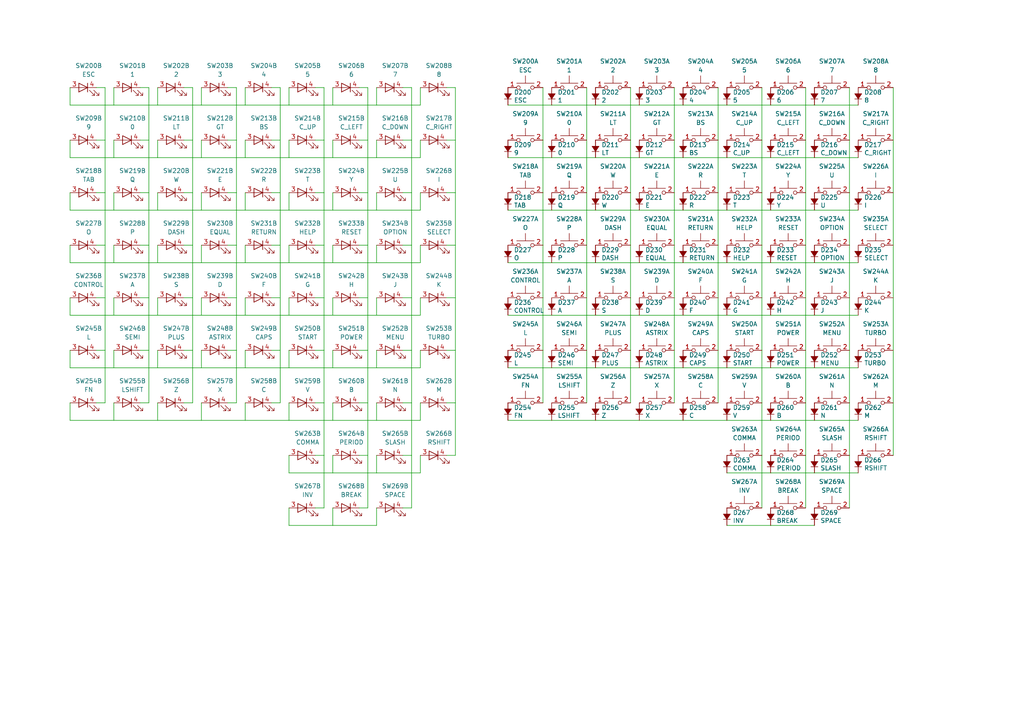
<source format=kicad_sch>
(kicad_sch (version 20230121) (generator eeschema)
  (paper "A4")
  (wire (pts (xy 223.52 30.48) (xy 210.82 30.48)))
  (wire (pts (xy 170.18 86.36) (xy 170.18 71.12)))
  (wire (pts (xy 220.98 40.64) (xy 220.98 25.4)))
  (wire (pts (xy 109.22 55.88) (xy 109.22 60.96)))
  (wire (pts (xy 208.28 116.84) (xy 208.28 101.6)))
  (wire (pts (xy 246.38 40.64) (xy 246.38 25.4)))
  (wire (pts (xy 66.04 40.64) (xy 68.58 40.64)))
  (wire (pts (xy 106.68 40.64) (xy 106.68 55.88)))
  (wire (pts (xy 160.02 30.48) (xy 172.72 30.48)))
  (wire (pts (xy 96.52 86.36) (xy 96.52 91.44)))
  (wire (pts (xy 30.48 116.84) (xy 30.48 101.6)))
  (wire (pts (xy 172.72 121.92) (xy 160.02 121.92)))
  (wire (pts (xy 106.68 25.4) (xy 106.68 40.64)))
  (wire (pts (xy 68.58 40.64) (xy 68.58 25.4)))
  (wire (pts (xy 53.34 116.84) (xy 55.88 116.84)))
  (wire (pts (xy 71.12 76.2) (xy 58.42 76.2)))
  (wire (pts (xy 58.42 86.36) (xy 58.42 91.44)))
  (wire (pts (xy 78.74 55.88) (xy 81.28 55.88)))
  (wire (pts (xy 220.98 71.12) (xy 220.98 55.88)))
  (wire (pts (xy 210.82 76.2) (xy 198.12 76.2)))
  (wire (pts (xy 119.38 86.36) (xy 119.38 71.12)))
  (wire (pts (xy 119.38 55.88) (xy 119.38 71.12)))
  (wire (pts (xy 233.68 55.88) (xy 233.68 71.12)))
  (wire (pts (xy 71.12 30.48) (xy 83.82 30.48)))
  (wire (pts (xy 27.94 55.88) (xy 30.48 55.88)))
  (wire (pts (xy 58.42 106.68) (xy 71.12 106.68)))
  (wire (pts (xy 96.52 91.44) (xy 109.22 91.44)))
  (wire (pts (xy 55.88 55.88) (xy 55.88 40.64)))
  (wire (pts (xy 20.32 30.48) (xy 33.02 30.48)))
  (wire (pts (xy 68.58 116.84) (xy 68.58 101.6)))
  (wire (pts (xy 182.88 40.64) (xy 182.88 25.4)))
  (wire (pts (xy 96.52 45.72) (xy 109.22 45.72)))
  (wire (pts (xy 223.52 45.72) (xy 210.82 45.72)))
  (wire (pts (xy 30.48 86.36) (xy 30.48 71.12)))
  (wire (pts (xy 129.54 71.12) (xy 132.08 71.12)))
  (wire (pts (xy 20.32 45.72) (xy 33.02 45.72)))
  (wire (pts (xy 172.72 91.44) (xy 185.42 91.44)))
  (wire (pts (xy 119.38 101.6) (xy 119.38 86.36)))
  (wire (pts (xy 147.32 60.96) (xy 160.02 60.96)))
  (wire (pts (xy 20.32 40.64) (xy 20.32 45.72)))
  (wire (pts (xy 45.72 76.2) (xy 58.42 76.2)))
  (wire (pts (xy 220.98 116.84) (xy 220.98 101.6)))
  (wire (pts (xy 27.94 40.64) (xy 30.48 40.64)))
  (wire (pts (xy 83.82 55.88) (xy 83.82 60.96)))
  (wire (pts (xy 96.52 132.08) (xy 96.52 137.16)))
  (wire (pts (xy 210.82 76.2) (xy 223.52 76.2)))
  (wire (pts (xy 121.92 116.84) (xy 121.92 121.92)))
  (wire (pts (xy 210.82 60.96) (xy 223.52 60.96)))
  (wire (pts (xy 93.98 55.88) (xy 93.98 71.12)))
  (wire (pts (xy 81.28 71.12) (xy 81.28 55.88)))
  (wire (pts (xy 160.02 76.2) (xy 172.72 76.2)))
  (wire (pts (xy 40.64 55.88) (xy 43.18 55.88)))
  (wire (pts (xy 223.52 137.16) (xy 236.22 137.16)))
  (wire (pts (xy 233.68 132.08) (xy 233.68 116.84)))
  (wire (pts (xy 109.22 137.16) (xy 96.52 137.16)))
  (wire (pts (xy 58.42 121.92) (xy 71.12 121.92)))
  (wire (pts (xy 81.28 55.88) (xy 81.28 40.64)))
  (wire (pts (xy 93.98 116.84) (xy 93.98 101.6)))
  (wire (pts (xy 223.52 45.72) (xy 236.22 45.72)))
  (wire (pts (xy 53.34 86.36) (xy 55.88 86.36)))
  (wire (pts (xy 185.42 91.44) (xy 198.12 91.44)))
  (wire (pts (xy 104.14 116.84) (xy 106.68 116.84)))
  (wire (pts (xy 30.48 25.4) (xy 30.48 40.64)))
  (wire (pts (xy 71.12 45.72) (xy 83.82 45.72)))
  (wire (pts (xy 93.98 40.64) (xy 93.98 25.4)))
  (wire (pts (xy 66.04 25.4) (xy 68.58 25.4)))
  (wire (pts (xy 198.12 30.48) (xy 185.42 30.48)))
  (wire (pts (xy 170.18 86.36) (xy 170.18 101.6)))
  (wire (pts (xy 40.64 116.84) (xy 43.18 116.84)))
  (wire (pts (xy 132.08 101.6) (xy 132.08 86.36)))
  (wire (pts (xy 259.08 116.84) (xy 259.08 132.08)))
  (wire (pts (xy 66.04 71.12) (xy 68.58 71.12)))
  (wire (pts (xy 129.54 132.08) (xy 132.08 132.08)))
  (wire (pts (xy 121.92 86.36) (xy 121.92 91.44)))
  (wire (pts (xy 96.52 76.2) (xy 109.22 76.2)))
  (wire (pts (xy 71.12 60.96) (xy 83.82 60.96)))
  (wire (pts (xy 91.44 40.64) (xy 93.98 40.64)))
  (wire (pts (xy 83.82 86.36) (xy 83.82 91.44)))
  (wire (pts (xy 58.42 25.4) (xy 58.42 30.48)))
  (wire (pts (xy 109.22 86.36) (xy 109.22 91.44)))
  (wire (pts (xy 91.44 55.88) (xy 93.98 55.88)))
  (wire (pts (xy 208.28 55.88) (xy 208.28 40.64)))
  (wire (pts (xy 160.02 30.48) (xy 147.32 30.48)))
  (wire (pts (xy 198.12 30.48) (xy 210.82 30.48)))
  (wire (pts (xy 45.72 106.68) (xy 58.42 106.68)))
  (wire (pts (xy 20.32 116.84) (xy 20.32 121.92)))
  (wire (pts (xy 223.52 91.44) (xy 236.22 91.44)))
  (wire (pts (xy 147.32 45.72) (xy 160.02 45.72)))
  (wire (pts (xy 106.68 71.12) (xy 106.68 55.88)))
  (wire (pts (xy 109.22 30.48) (xy 121.92 30.48)))
  (wire (pts (xy 104.14 40.64) (xy 106.68 40.64)))
  (wire (pts (xy 109.22 71.12) (xy 109.22 76.2)))
  (wire (pts (xy 220.98 132.08) (xy 220.98 147.32)))
  (wire (pts (xy 83.82 152.4) (xy 96.52 152.4)))
  (wire (pts (xy 129.54 40.64) (xy 132.08 40.64)))
  (wire (pts (xy 30.48 101.6) (xy 30.48 86.36)))
  (wire (pts (xy 172.72 45.72) (xy 185.42 45.72)))
  (wire (pts (xy 33.02 25.4) (xy 33.02 30.48)))
  (wire (pts (xy 208.28 71.12) (xy 208.28 86.36)))
  (wire (pts (xy 170.18 116.84) (xy 170.18 101.6)))
  (wire (pts (xy 33.02 106.68) (xy 45.72 106.68)))
  (wire (pts (xy 55.88 101.6) (xy 55.88 86.36)))
  (wire (pts (xy 246.38 101.6) (xy 246.38 86.36)))
  (wire (pts (xy 78.74 101.6) (xy 81.28 101.6)))
  (wire (pts (xy 210.82 137.16) (xy 223.52 137.16)))
  (wire (pts (xy 119.38 116.84) (xy 119.38 101.6)))
  (wire (pts (xy 71.12 121.92) (xy 83.82 121.92)))
  (wire (pts (xy 71.12 101.6) (xy 71.12 106.68)))
  (wire (pts (xy 119.38 55.88) (xy 119.38 40.64)))
  (wire (pts (xy 71.12 30.48) (xy 58.42 30.48)))
  (wire (pts (xy 233.68 40.64) (xy 233.68 25.4)))
  (wire (pts (xy 259.08 101.6) (xy 259.08 116.84)))
  (wire (pts (xy 33.02 91.44) (xy 45.72 91.44)))
  (wire (pts (xy 208.28 86.36) (xy 208.28 101.6)))
  (wire (pts (xy 78.74 86.36) (xy 81.28 86.36)))
  (wire (pts (xy 182.88 71.12) (xy 182.88 55.88)))
  (wire (pts (xy 182.88 55.88) (xy 182.88 40.64)))
  (wire (pts (xy 223.52 152.4) (xy 210.82 152.4)))
  (wire (pts (xy 172.72 106.68) (xy 185.42 106.68)))
  (wire (pts (xy 132.08 55.88) (xy 132.08 40.64)))
  (wire (pts (xy 259.08 86.36) (xy 259.08 101.6)))
  (wire (pts (xy 55.88 25.4) (xy 55.88 40.64)))
  (wire (pts (xy 68.58 40.64) (xy 68.58 55.88)))
  (wire (pts (xy 236.22 121.92) (xy 248.92 121.92)))
  (wire (pts (xy 109.22 101.6) (xy 109.22 106.68)))
  (wire (pts (xy 233.68 86.36) (xy 233.68 101.6)))
  (wire (pts (xy 132.08 25.4) (xy 132.08 40.64)))
  (wire (pts (xy 109.22 137.16) (xy 121.92 137.16)))
  (wire (pts (xy 259.08 40.64) (xy 259.08 55.88)))
  (wire (pts (xy 233.68 55.88) (xy 233.68 40.64)))
  (wire (pts (xy 172.72 76.2) (xy 185.42 76.2)))
  (wire (pts (xy 83.82 132.08) (xy 83.82 137.16)))
  (wire (pts (xy 198.12 106.68) (xy 210.82 106.68)))
  (wire (pts (xy 40.64 25.4) (xy 43.18 25.4)))
  (wire (pts (xy 45.72 101.6) (xy 45.72 106.68)))
  (wire (pts (xy 96.52 25.4) (xy 96.52 30.48)))
  (wire (pts (xy 116.84 71.12) (xy 119.38 71.12)))
  (wire (pts (xy 96.52 71.12) (xy 96.52 76.2)))
  (wire (pts (xy 96.52 101.6) (xy 96.52 106.68)))
  (wire (pts (xy 83.82 40.64) (xy 83.82 45.72)))
  (wire (pts (xy 83.82 30.48) (xy 96.52 30.48)))
  (wire (pts (xy 236.22 60.96) (xy 223.52 60.96)))
  (wire (pts (xy 106.68 101.6) (xy 106.68 86.36)))
  (wire (pts (xy 109.22 116.84) (xy 109.22 121.92)))
  (wire (pts (xy 195.58 101.6) (xy 195.58 86.36)))
  (wire (pts (xy 83.82 91.44) (xy 96.52 91.44)))
  (wire (pts (xy 40.64 40.64) (xy 43.18 40.64)))
  (wire (pts (xy 45.72 60.96) (xy 58.42 60.96)))
  (wire (pts (xy 248.92 30.48) (xy 236.22 30.48)))
  (wire (pts (xy 259.08 25.4) (xy 259.08 40.64)))
  (wire (pts (xy 210.82 121.92) (xy 223.52 121.92)))
  (wire (pts (xy 195.58 101.6) (xy 195.58 116.84)))
  (wire (pts (xy 71.12 91.44) (xy 83.82 91.44)))
  (wire (pts (xy 109.22 91.44) (xy 121.92 91.44)))
  (wire (pts (xy 220.98 132.08) (xy 220.98 116.84)))
  (wire (pts (xy 27.94 25.4) (xy 30.48 25.4)))
  (wire (pts (xy 27.94 116.84) (xy 30.48 116.84)))
  (wire (pts (xy 81.28 86.36) (xy 81.28 71.12)))
  (wire (pts (xy 129.54 55.88) (xy 132.08 55.88)))
  (wire (pts (xy 33.02 121.92) (xy 45.72 121.92)))
  (wire (pts (xy 83.82 147.32) (xy 83.82 152.4)))
  (wire (pts (xy 109.22 132.08) (xy 109.22 137.16)))
  (wire (pts (xy 71.12 25.4) (xy 71.12 30.48)))
  (wire (pts (xy 129.54 25.4) (xy 132.08 25.4)))
  (wire (pts (xy 33.02 76.2) (xy 45.72 76.2)))
  (wire (pts (xy 96.52 60.96) (xy 83.82 60.96)))
  (wire (pts (xy 119.38 147.32) (xy 119.38 132.08)))
  (wire (pts (xy 157.48 86.36) (xy 157.48 71.12)))
  (wire (pts (xy 45.72 30.48) (xy 58.42 30.48)))
  (wire (pts (xy 93.98 132.08) (xy 93.98 116.84)))
  (wire (pts (xy 91.44 101.6) (xy 93.98 101.6)))
  (wire (pts (xy 223.52 91.44) (xy 210.82 91.44)))
  (wire (pts (xy 259.08 71.12) (xy 259.08 86.36)))
  (wire (pts (xy 116.84 25.4) (xy 119.38 25.4)))
  (wire (pts (xy 91.44 116.84) (xy 93.98 116.84)))
  (wire (pts (xy 116.84 132.08) (xy 119.38 132.08)))
  (wire (pts (xy 259.08 55.88) (xy 259.08 71.12)))
  (wire (pts (xy 172.72 60.96) (xy 160.02 60.96)))
  (wire (pts (xy 96.52 40.64) (xy 96.52 45.72)))
  (wire (pts (xy 116.84 101.6) (xy 119.38 101.6)))
  (wire (pts (xy 20.32 71.12) (xy 20.32 76.2)))
  (wire (pts (xy 185.42 76.2) (xy 198.12 76.2)))
  (wire (pts (xy 121.92 71.12) (xy 121.92 76.2)))
  (wire (pts (xy 93.98 86.36) (xy 93.98 71.12)))
  (wire (pts (xy 78.74 116.84) (xy 81.28 116.84)))
  (wire (pts (xy 45.72 45.72) (xy 33.02 45.72)))
  (wire (pts (xy 58.42 40.64) (xy 58.42 45.72)))
  (wire (pts (xy 157.48 86.36) (xy 157.48 101.6)))
  (wire (pts (xy 68.58 101.6) (xy 68.58 86.36)))
  (wire (pts (xy 20.32 121.92) (xy 33.02 121.92)))
  (wire (pts (xy 78.74 40.64) (xy 81.28 40.64)))
  (wire (pts (xy 185.42 106.68) (xy 198.12 106.68)))
  (wire (pts (xy 109.22 106.68) (xy 121.92 106.68)))
  (wire (pts (xy 109.22 121.92) (xy 96.52 121.92)))
  (wire (pts (xy 185.42 30.48) (xy 172.72 30.48)))
  (wire (pts (xy 208.28 55.88) (xy 208.28 71.12)))
  (wire (pts (xy 104.14 71.12) (xy 106.68 71.12)))
  (wire (pts (xy 20.32 106.68) (xy 33.02 106.68)))
  (wire (pts (xy 43.18 40.64) (xy 43.18 25.4)))
  (wire (pts (xy 33.02 40.64) (xy 33.02 45.72)))
  (wire (pts (xy 236.22 106.68) (xy 223.52 106.68)))
  (wire (pts (xy 198.12 91.44) (xy 210.82 91.44)))
  (wire (pts (xy 104.14 55.88) (xy 106.68 55.88)))
  (wire (pts (xy 20.32 91.44) (xy 33.02 91.44)))
  (wire (pts (xy 185.42 60.96) (xy 198.12 60.96)))
  (wire (pts (xy 96.52 60.96) (xy 109.22 60.96)))
  (wire (pts (xy 182.88 101.6) (xy 182.88 86.36)))
  (wire (pts (xy 132.08 101.6) (xy 132.08 116.84)))
  (wire (pts (xy 68.58 71.12) (xy 68.58 55.88)))
  (wire (pts (xy 233.68 101.6) (xy 233.68 116.84)))
  (wire (pts (xy 210.82 60.96) (xy 198.12 60.96)))
  (wire (pts (xy 246.38 101.6) (xy 246.38 116.84)))
  (wire (pts (xy 236.22 45.72) (xy 248.92 45.72)))
  (wire (pts (xy 157.48 40.64) (xy 157.48 25.4)))
  (wire (pts (xy 210.82 121.92) (xy 198.12 121.92)))
  (wire (pts (xy 58.42 60.96) (xy 71.12 60.96)))
  (wire (pts (xy 106.68 132.08) (xy 106.68 147.32)))
  (wire (pts (xy 132.08 116.84) (xy 132.08 132.08)))
  (wire (pts (xy 195.58 71.12) (xy 195.58 86.36)))
  (wire (pts (xy 172.72 106.68) (xy 160.02 106.68)))
  (wire (pts (xy 104.14 147.32) (xy 106.68 147.32)))
  (wire (pts (xy 198.12 45.72) (xy 210.82 45.72)))
  (wire (pts (xy 45.72 91.44) (xy 58.42 91.44)))
  (wire (pts (xy 236.22 152.4) (xy 223.52 152.4)))
  (wire (pts (xy 66.04 116.84) (xy 68.58 116.84)))
  (wire (pts (xy 81.28 40.64) (xy 81.28 25.4)))
  (wire (pts (xy 236.22 106.68) (xy 248.92 106.68)))
  (wire (pts (xy 91.44 25.4) (xy 93.98 25.4)))
  (wire (pts (xy 53.34 101.6) (xy 55.88 101.6)))
  (wire (pts (xy 182.88 101.6) (xy 182.88 116.84)))
  (wire (pts (xy 83.82 25.4) (xy 83.82 30.48)))
  (wire (pts (xy 43.18 55.88) (xy 43.18 40.64)))
  (wire (pts (xy 71.12 116.84) (xy 71.12 121.92)))
  (wire (pts (xy 121.92 101.6) (xy 121.92 106.68)))
  (wire (pts (xy 185.42 60.96) (xy 172.72 60.96)))
  (wire (pts (xy 83.82 71.12) (xy 83.82 76.2)))
  (wire (pts (xy 246.38 86.36) (xy 246.38 71.12)))
  (wire (pts (xy 119.38 132.08) (xy 119.38 116.84)))
  (wire (pts (xy 170.18 55.88) (xy 170.18 40.64)))
  (wire (pts (xy 66.04 101.6) (xy 68.58 101.6)))
  (wire (pts (xy 81.28 86.36) (xy 81.28 101.6)))
  (wire (pts (xy 233.68 86.36) (xy 233.68 71.12)))
  (wire (pts (xy 236.22 76.2) (xy 248.92 76.2)))
  (wire (pts (xy 45.72 25.4) (xy 45.72 30.48)))
  (wire (pts (xy 116.84 147.32) (xy 119.38 147.32)))
  (wire (pts (xy 20.32 101.6) (xy 20.32 106.68)))
  (wire (pts (xy 220.98 55.88) (xy 220.98 40.64)))
  (wire (pts (xy 83.82 45.72) (xy 96.52 45.72)))
  (wire (pts (xy 33.02 60.96) (xy 45.72 60.96)))
  (wire (pts (xy 116.84 40.64) (xy 119.38 40.64)))
  (wire (pts (xy 96.52 116.84) (xy 96.52 121.92)))
  (wire (pts (xy 43.18 71.12) (xy 43.18 55.88)))
  (wire (pts (xy 27.94 71.12) (xy 30.48 71.12)))
  (wire (pts (xy 236.22 60.96) (xy 248.92 60.96)))
  (wire (pts (xy 20.32 55.88) (xy 20.32 60.96)))
  (wire (pts (xy 246.38 132.08) (xy 246.38 116.84)))
  (wire (pts (xy 104.14 101.6) (xy 106.68 101.6)))
  (wire (pts (xy 93.98 132.08) (xy 93.98 147.32)))
  (wire (pts (xy 129.54 116.84) (xy 132.08 116.84)))
  (wire (pts (xy 236.22 91.44) (xy 248.92 91.44)))
  (wire (pts (xy 33.02 55.88) (xy 33.02 60.96)))
  (wire (pts (xy 66.04 55.88) (xy 68.58 55.88)))
  (wire (pts (xy 121.92 55.88) (xy 121.92 60.96)))
  (wire (pts (xy 20.32 86.36) (xy 20.32 91.44)))
  (wire (pts (xy 71.12 40.64) (xy 71.12 45.72)))
  (wire (pts (xy 40.64 71.12) (xy 43.18 71.12)))
  (wire (pts (xy 43.18 86.36) (xy 43.18 71.12)))
  (wire (pts (xy 185.42 121.92) (xy 198.12 121.92)))
  (wire (pts (xy 246.38 40.64) (xy 246.38 55.88)))
  (wire (pts (xy 233.68 132.08) (xy 233.68 147.32)))
  (wire (pts (xy 91.44 132.08) (xy 93.98 132.08)))
  (wire (pts (xy 53.34 71.12) (xy 55.88 71.12)))
  (wire (pts (xy 66.04 86.36) (xy 68.58 86.36)))
  (wire (pts (xy 78.74 71.12) (xy 81.28 71.12)))
  (wire (pts (xy 55.88 86.36) (xy 55.88 71.12)))
  (wire (pts (xy 246.38 147.32) (xy 246.38 132.08)))
  (wire (pts (xy 96.52 55.88) (xy 96.52 60.96)))
  (wire (pts (xy 121.92 25.4) (xy 121.92 30.48)))
  (wire (pts (xy 170.18 55.88) (xy 170.18 71.12)))
  (wire (pts (xy 58.42 116.84) (xy 58.42 121.92)))
  (wire (pts (xy 58.42 91.44) (xy 71.12 91.44)))
  (wire (pts (xy 220.98 101.6) (xy 220.98 86.36)))
  (wire (pts (xy 43.18 101.6) (xy 43.18 116.84)))
  (wire (pts (xy 185.42 121.92) (xy 172.72 121.92)))
  (wire (pts (xy 55.88 55.88) (xy 55.88 71.12)))
  (wire (pts (xy 20.32 60.96) (xy 33.02 60.96)))
  (wire (pts (xy 27.94 101.6) (xy 30.48 101.6)))
  (wire (pts (xy 109.22 45.72) (xy 121.92 45.72)))
  (wire (pts (xy 78.74 25.4) (xy 81.28 25.4)))
  (wire (pts (xy 53.34 55.88) (xy 55.88 55.88)))
  (wire (pts (xy 116.84 86.36) (xy 119.38 86.36)))
  (wire (pts (xy 160.02 121.92) (xy 147.32 121.92)))
  (wire (pts (xy 106.68 132.08) (xy 106.68 116.84)))
  (wire (pts (xy 104.14 132.08) (xy 106.68 132.08)))
  (wire (pts (xy 91.44 86.36) (xy 93.98 86.36)))
  (wire (pts (xy 121.92 60.96) (xy 109.22 60.96)))
  (wire (pts (xy 129.54 101.6) (xy 132.08 101.6)))
  (wire (pts (xy 109.22 147.32) (xy 109.22 152.4)))
  (wire (pts (xy 109.22 25.4) (xy 109.22 30.48)))
  (wire (pts (xy 58.42 71.12) (xy 58.42 76.2)))
  (wire (pts (xy 223.52 76.2) (xy 236.22 76.2)))
  (wire (pts (xy 160.02 91.44) (xy 147.32 91.44)))
  (wire (pts (xy 83.82 121.92) (xy 96.52 121.92)))
  (wire (pts (xy 53.34 40.64) (xy 55.88 40.64)))
  (wire (pts (xy 33.02 116.84) (xy 33.02 121.92)))
  (wire (pts (xy 210.82 106.68) (xy 223.52 106.68)))
  (wire (pts (xy 53.34 25.4) (xy 55.88 25.4)))
  (wire (pts (xy 121.92 40.64) (xy 121.92 45.72)))
  (wire (pts (xy 132.08 55.88) (xy 132.08 71.12)))
  (wire (pts (xy 157.48 116.84) (xy 157.48 101.6)))
  (wire (pts (xy 58.42 101.6) (xy 58.42 106.68)))
  (wire (pts (xy 106.68 86.36) (xy 106.68 71.12)))
  (wire (pts (xy 116.84 55.88) (xy 119.38 55.88)))
  (wire (pts (xy 58.42 45.72) (xy 45.72 45.72)))
  (wire (pts (xy 96.52 106.68) (xy 109.22 106.68)))
  (wire (pts (xy 83.82 116.84) (xy 83.82 121.92)))
  (wire (pts (xy 195.58 40.64) (xy 195.58 25.4)))
  (wire (pts (xy 71.12 106.68) (xy 83.82 106.68)))
  (wire (pts (xy 20.32 25.4) (xy 20.32 30.48)))
  (wire (pts (xy 160.02 91.44) (xy 172.72 91.44)))
  (wire (pts (xy 195.58 40.64) (xy 195.58 55.88)))
  (wire (pts (xy 170.18 25.4) (xy 170.18 40.64)))
  (wire (pts (xy 27.94 86.36) (xy 30.48 86.36)))
  (wire (pts (xy 104.14 86.36) (xy 106.68 86.36)))
  (wire (pts (xy 71.12 86.36) (xy 71.12 91.44)))
  (wire (pts (xy 45.72 40.64) (xy 45.72 45.72)))
  (wire (pts (xy 83.82 137.16) (xy 96.52 137.16)))
  (wire (pts (xy 96.52 152.4) (xy 109.22 152.4)))
  (wire (pts (xy 220.98 86.36) (xy 220.98 71.12)))
  (wire (pts (xy 160.02 76.2) (xy 147.32 76.2)))
  (wire (pts (xy 236.22 137.16) (xy 248.92 137.16)))
  (wire (pts (xy 91.44 71.12) (xy 93.98 71.12)))
  (wire (pts (xy 30.48 55.88) (xy 30.48 71.12)))
  (wire (pts (xy 91.44 147.32) (xy 93.98 147.32)))
  (wire (pts (xy 157.48 40.64) (xy 157.48 55.88)))
  (wire (pts (xy 129.54 86.36) (xy 132.08 86.36)))
  (wire (pts (xy 83.82 101.6) (xy 83.82 106.68)))
  (wire (pts (xy 40.64 86.36) (xy 43.18 86.36)))
  (wire (pts (xy 185.42 45.72) (xy 198.12 45.72)))
  (wire (pts (xy 45.72 55.88) (xy 45.72 60.96)))
  (wire (pts (xy 96.52 147.32) (xy 96.52 152.4)))
  (wire (pts (xy 58.42 55.88) (xy 58.42 60.96)))
  (wire (pts (xy 45.72 86.36) (xy 45.72 91.44)))
  (wire (pts (xy 71.12 76.2) (xy 83.82 76.2)))
  (wire (pts (xy 96.52 106.68) (xy 83.82 106.68)))
  (wire (pts (xy 116.84 116.84) (xy 119.38 116.84)))
  (wire (pts (xy 45.72 30.48) (xy 33.02 30.48)))
  (wire (pts (xy 40.64 101.6) (xy 43.18 101.6)))
  (wire (pts (xy 33.02 101.6) (xy 33.02 106.68)))
  (wire (pts (xy 182.88 86.36) (xy 182.88 71.12)))
  (wire (pts (xy 71.12 71.12) (xy 71.12 76.2)))
  (wire (pts (xy 33.02 71.12) (xy 33.02 76.2)))
  (wire (pts (xy 20.32 76.2) (xy 33.02 76.2)))
  (wire (pts (xy 106.68 116.84) (xy 106.68 101.6)))
  (wire (pts (xy 71.12 45.72) (xy 58.42 45.72)))
  (wire (pts (xy 109.22 121.92) (xy 121.92 121.92)))
  (wire (pts (xy 45.72 71.12) (xy 45.72 76.2)))
  (wire (pts (xy 157.48 55.88) (xy 157.48 71.12)))
  (wire (pts (xy 71.12 55.88) (xy 71.12 60.96)))
  (wire (pts (xy 33.02 86.36) (xy 33.02 91.44)))
  (wire (pts (xy 96.52 76.2) (xy 83.82 76.2)))
  (wire (pts (xy 68.58 86.36) (xy 68.58 71.12)))
  (wire (pts (xy 81.28 116.84) (xy 81.28 101.6)))
  (wire (pts (xy 236.22 30.48) (xy 223.52 30.48)))
  (wire (pts (xy 45.72 116.84) (xy 45.72 121.92)))
  (wire (pts (xy 109.22 40.64) (xy 109.22 45.72)))
  (wire (pts (xy 208.28 40.64) (xy 208.28 25.4)))
  (wire (pts (xy 119.38 25.4) (xy 119.38 40.64)))
  (wire (pts (xy 195.58 55.88) (xy 195.58 71.12)))
  (wire (pts (xy 104.14 25.4) (xy 106.68 25.4)))
  (wire (pts (xy 223.52 121.92) (xy 236.22 121.92)))
  (wire (pts (xy 160.02 106.68) (xy 147.32 106.68)))
  (wire (pts (xy 30.48 40.64) (xy 30.48 55.88)))
  (wire (pts (xy 93.98 101.6) (xy 93.98 86.36)))
  (wire (pts (xy 96.52 30.48) (xy 109.22 30.48)))
  (wire (pts (xy 246.38 71.12) (xy 246.38 55.88)))
  (wire (pts (xy 172.72 45.72) (xy 160.02 45.72)))
  (wire (pts (xy 55.88 116.84) (xy 55.88 101.6)))
  (wire (pts (xy 43.18 101.6) (xy 43.18 86.36)))
  (wire (pts (xy 93.98 55.88) (xy 93.98 40.64)))
  (wire (pts (xy 109.22 76.2) (xy 121.92 76.2)))
  (wire (pts (xy 45.72 121.92) (xy 58.42 121.92)))
  (wire (pts (xy 121.92 132.08) (xy 121.92 137.16)))
  (wire (pts (xy 132.08 86.36) (xy 132.08 71.12)))
  (symbol (lib_id "atari-keyboard-rescue:D_Small_ALT-Device") (at 147.32 58.42 90) (unit 1)
    (property "Reference" "D218" (at 149.0472 57.2516 90) (effects (justify right)))
    (property "Value" "TAB" (at 149.0472 59.563 90) (effects (justify right)))
    (property "Footprint" "retro-kbd:Diode-dual" (effects hide))
  )
  (symbol (lib_id "atari-keyboard-rescue:D_Small_ALT-Device") (at 198.12 88.9 90) (unit 1)
    (property "Reference" "D240" (at 199.8472 87.7316 90) (effects (justify right)))
    (property "Value" "F" (at 199.8472 90.043 90) (effects (justify right)))
    (property "Footprint" "retro-kbd:Diode-dual" (effects hide))
  )
  (symbol (lib_id "atari-keyboard-rescue:D_Small_ALT-Device") (at 172.72 27.94 90) (unit 1)
    (property "Reference" "D202" (at 174.4472 26.7716 90) (effects (justify right)))
    (property "Value" "2" (at 174.4472 29.083 90) (effects (justify right)))
    (property "Footprint" "retro-kbd:Diode-dual" (effects hide))
  )
  (symbol (lib_id "atari-keyboard-rescue:D_Small_ALT-Device") (at 236.22 58.42 90) (unit 1)
    (property "Reference" "D225" (at 237.9472 57.2516 90) (effects (justify right)))
    (property "Value" "U" (at 237.9472 59.563 90) (effects (justify right)))
    (property "Footprint" "retro-kbd:Diode-dual" (effects hide))
  )
  (symbol (lib_id "atari-keyboard-rescue:D_Small_ALT-Device") (at 172.72 58.42 90) (unit 1)
    (property "Reference" "D220" (at 174.4472 57.2516 90) (effects (justify right)))
    (property "Value" "W" (at 174.4472 59.563 90) (effects (justify right)))
    (property "Footprint" "retro-kbd:Diode-dual" (effects hide))
  )
  (symbol (lib_id "atari-keyboard-rescue:D_Small_ALT-Device") (at 223.52 73.66 90) (unit 1)
    (property "Reference" "D233" (at 225.2472 72.4916 90) (effects (justify right)))
    (property "Value" "RESET" (at 225.2472 74.803 90) (effects (justify right)))
    (property "Footprint" "retro-kbd:Diode-dual" (effects hide))
  )
  (symbol (lib_id "atari-keyboard-rescue:D_Small_ALT-Device") (at 185.42 88.9 90) (unit 1)
    (property "Reference" "D239" (at 187.1472 87.7316 90) (effects (justify right)))
    (property "Value" "D" (at 187.1472 90.043 90) (effects (justify right)))
    (property "Footprint" "retro-kbd:Diode-dual" (effects hide))
  )
  (symbol (lib_id "atari-keyboard-rescue:D_Small_ALT-Device") (at 248.92 27.94 90) (unit 1)
    (property "Reference" "D208" (at 250.6472 26.7716 90) (effects (justify right)))
    (property "Value" "8" (at 250.6472 29.083 90) (effects (justify right)))
    (property "Footprint" "retro-kbd:Diode-dual" (effects hide))
  )
  (symbol (lib_id "atari-keyboard-rescue:D_Small_ALT-Device") (at 160.02 58.42 90) (unit 1)
    (property "Reference" "D219" (at 161.7472 57.2516 90) (effects (justify right)))
    (property "Value" "Q" (at 161.7472 59.563 90) (effects (justify right)))
    (property "Footprint" "retro-kbd:Diode-dual" (effects hide))
  )
  (symbol (lib_id "atari-keyboard-rescue:D_Small_ALT-Device") (at 160.02 88.9 90) (unit 1)
    (property "Reference" "D237" (at 161.7472 87.7316 90) (effects (justify right)))
    (property "Value" "A" (at 161.7472 90.043 90) (effects (justify right)))
    (property "Footprint" "retro-kbd:Diode-dual" (effects hide))
  )
  (symbol (lib_id "atari-keyboard-rescue:D_Small_ALT-Device") (at 172.72 73.66 90) (unit 1)
    (property "Reference" "D229" (at 174.4472 72.4916 90) (effects (justify right)))
    (property "Value" "DASH" (at 174.4472 74.803 90) (effects (justify right)))
    (property "Footprint" "retro-kbd:Diode-dual" (effects hide))
  )
  (symbol (lib_id "atari-keyboard-rescue:D_Small_ALT-Device") (at 210.82 58.42 90) (unit 1)
    (property "Reference" "D223" (at 212.5472 57.2516 90) (effects (justify right)))
    (property "Value" "T" (at 212.5472 59.563 90) (effects (justify right)))
    (property "Footprint" "retro-kbd:Diode-dual" (effects hide))
  )
  (symbol (lib_id "atari-keyboard-rescue:D_Small_ALT-Device") (at 236.22 27.94 90) (unit 1)
    (property "Reference" "D207" (at 237.9472 26.7716 90) (effects (justify right)))
    (property "Value" "7" (at 237.9472 29.083 90) (effects (justify right)))
    (property "Footprint" "retro-kbd:Diode-dual" (effects hide))
  )
  (symbol (lib_id "atari-keyboard-rescue:D_Small_ALT-Device") (at 147.32 88.9 90) (unit 1)
    (property "Reference" "D236" (at 149.0472 87.7316 90) (effects (justify right)))
    (property "Value" "CONTROL" (at 149.0472 90.043 90) (effects (justify right)))
    (property "Footprint" "retro-kbd:Diode-dual" (effects hide))
  )
  (symbol (lib_id "atari-keyboard-rescue:D_Small_ALT-Device") (at 172.72 43.18 90) (unit 1)
    (property "Reference" "D211" (at 174.4472 42.0116 90) (effects (justify right)))
    (property "Value" "LT" (at 174.4472 44.323 90) (effects (justify right)))
    (property "Footprint" "retro-kbd:Diode-dual" (effects hide))
  )
  (symbol (lib_id "atari-keyboard-rescue:D_Small_ALT-Device") (at 160.02 27.94 90) (unit 1)
    (property "Reference" "D201" (at 161.7472 26.7716 90) (effects (justify right)))
    (property "Value" "1" (at 161.7472 29.083 90) (effects (justify right)))
    (property "Footprint" "retro-kbd:Diode-dual" (effects hide))
  )
  (symbol (lib_id "atari-keyboard-rescue:D_Small_ALT-Device") (at 236.22 149.86 90) (unit 1)
    (property "Reference" "D269" (at 237.9472 148.6916 90) (effects (justify right)))
    (property "Value" "SPACE" (at 237.9472 151.003 90) (effects (justify right)))
    (property "Footprint" "retro-kbd:Diode-dual" (effects hide))
  )
  (symbol (lib_id "atari-keyboard-rescue:D_Small_ALT-Device") (at 223.52 88.9 90) (unit 1)
    (property "Reference" "D242" (at 225.2472 87.7316 90) (effects (justify right)))
    (property "Value" "H" (at 225.2472 90.043 90) (effects (justify right)))
    (property "Footprint" "retro-kbd:Diode-dual" (effects hide))
  )
  (symbol (lib_id "atari-keyboard-rescue:D_Small_ALT-Device") (at 248.92 134.62 90) (unit 1)
    (property "Reference" "D266" (at 250.6472 133.4516 90) (effects (justify right)))
    (property "Value" "RSHIFT" (at 250.6472 135.763 90) (effects (justify right)))
    (property "Footprint" "retro-kbd:Diode-dual" (effects hide))
  )
  (symbol (lib_id "atari-keyboard-rescue:D_Small_ALT-Device") (at 198.12 119.38 90) (unit 1)
    (property "Reference" "D258" (at 199.8472 118.2116 90) (effects (justify right)))
    (property "Value" "C" (at 199.8472 120.523 90) (effects (justify right)))
    (property "Footprint" "retro-kbd:Diode-dual" (effects hide))
  )
  (symbol (lib_id "atari-keyboard-rescue:D_Small_ALT-Device") (at 185.42 104.14 90) (unit 1)
    (property "Reference" "D248" (at 187.1472 102.9716 90) (effects (justify right)))
    (property "Value" "ASTRIX" (at 187.1472 105.283 90) (effects (justify right)))
    (property "Footprint" "retro-kbd:Diode-dual" (effects hide))
  )
  (symbol (lib_id "atari-keyboard-rescue:D_Small_ALT-Device") (at 172.72 88.9 90) (unit 1)
    (property "Reference" "D238" (at 174.4472 87.7316 90) (effects (justify right)))
    (property "Value" "S" (at 174.4472 90.043 90) (effects (justify right)))
    (property "Footprint" "retro-kbd:Diode-dual" (effects hide))
  )
  (symbol (lib_id "atari-keyboard-rescue:D_Small_ALT-Device") (at 236.22 119.38 90) (unit 1)
    (property "Reference" "D261" (at 237.9472 118.2116 90) (effects (justify right)))
    (property "Value" "N" (at 237.9472 120.523 90) (effects (justify right)))
    (property "Footprint" "retro-kbd:Diode-dual" (effects hide))
  )
  (symbol (lib_id "atari-keyboard-rescue:D_Small_ALT-Device") (at 248.92 104.14 90) (unit 1)
    (property "Reference" "D253" (at 250.6472 102.9716 90) (effects (justify right)))
    (property "Value" "TURBO" (at 250.6472 105.283 90) (effects (justify right)))
    (property "Footprint" "retro-kbd:Diode-dual" (effects hide))
  )
  (symbol (lib_id "atari-keyboard-rescue:D_Small_ALT-Device") (at 210.82 134.62 90) (unit 1)
    (property "Reference" "D263" (at 212.5472 133.4516 90) (effects (justify right)))
    (property "Value" "COMMA" (at 212.5472 135.763 90) (effects (justify right)))
    (property "Footprint" "retro-kbd:Diode-dual" (effects hide))
  )
  (symbol (lib_id "atari-keyboard-rescue:D_Small_ALT-Device") (at 223.52 27.94 90) (unit 1)
    (property "Reference" "D206" (at 225.2472 26.7716 90) (effects (justify right)))
    (property "Value" "6" (at 225.2472 29.083 90) (effects (justify right)))
    (property "Footprint" "retro-kbd:Diode-dual" (effects hide))
  )
  (symbol (lib_id "keebio:MX_LED") (at 24.13 25.4 0) (unit 2)
    (property "Reference" "SW200" (at 25.7302 19.05 0))
    (property "Value" "ESC" (at 25.7302 21.59 0))
  )
  (symbol (lib_id "keebio:MX_LED") (at 36.83 25.4 0) (unit 2)
    (property "Reference" "SW201" (at 38.4302 19.05 0))
    (property "Value" "1" (at 38.4302 21.59 0))
  )
  (symbol (lib_id "keebio:MX_LED") (at 49.53 25.4 0) (unit 2)
    (property "Reference" "SW202" (at 51.1302 19.05 0))
    (property "Value" "2" (at 51.1302 21.59 0))
  )
  (symbol (lib_id "keebio:MX_LED") (at 62.23 25.4 0) (unit 2)
    (property "Reference" "SW203" (at 63.8302 19.05 0))
    (property "Value" "3" (at 63.8302 21.59 0))
  )
  (symbol (lib_id "keebio:MX_LED") (at 74.93 25.4 0) (unit 2)
    (property "Reference" "SW204" (at 76.5302 19.05 0))
    (property "Value" "4" (at 76.5302 21.59 0))
  )
  (symbol (lib_id "keebio:MX_LED") (at 87.63 25.4 0) (unit 2)
    (property "Reference" "SW205" (at 89.2302 19.05 0))
    (property "Value" "5" (at 89.2302 21.59 0))
  )
  (symbol (lib_id "keebio:MX_LED") (at 100.33 25.4 0) (unit 2)
    (property "Reference" "SW206" (at 101.9302 19.05 0))
    (property "Value" "6" (at 101.9302 21.59 0))
  )
  (symbol (lib_id "keebio:MX_LED") (at 113.03 25.4 0) (unit 2)
    (property "Reference" "SW207" (at 114.6302 19.05 0))
    (property "Value" "7" (at 114.6302 21.59 0))
  )
  (symbol (lib_id "keebio:MX_LED") (at 125.73 25.4 0) (unit 2)
    (property "Reference" "SW208" (at 127.3302 19.05 0))
    (property "Value" "8" (at 127.3302 21.59 0))
  )
  (symbol (lib_id "keebio:MX_LED") (at 24.13 40.64 0) (unit 2)
    (property "Reference" "SW209" (at 25.7302 34.29 0))
    (property "Value" "9" (at 25.7302 36.83 0))
  )
  (symbol (lib_id "keebio:MX_LED") (at 36.83 40.64 0) (unit 2)
    (property "Reference" "SW210" (at 38.4302 34.29 0))
    (property "Value" "0" (at 38.4302 36.83 0))
  )
  (symbol (lib_id "keebio:MX_LED") (at 49.53 40.64 0) (unit 2)
    (property "Reference" "SW211" (at 51.1302 34.29 0))
    (property "Value" "LT" (at 51.1302 36.83 0))
  )
  (symbol (lib_id "keebio:MX_LED") (at 62.23 40.64 0) (unit 2)
    (property "Reference" "SW212" (at 63.8302 34.29 0))
    (property "Value" "GT" (at 63.8302 36.83 0))
  )
  (symbol (lib_id "keebio:MX_LED") (at 74.93 40.64 0) (unit 2)
    (property "Reference" "SW213" (at 76.5302 34.29 0))
    (property "Value" "BS" (at 76.5302 36.83 0))
  )
  (symbol (lib_id "keebio:MX_LED") (at 87.63 40.64 0) (unit 2)
    (property "Reference" "SW214" (at 89.2302 34.29 0))
    (property "Value" "C_UP" (at 89.2302 36.83 0))
  )
  (symbol (lib_id "keebio:MX_LED") (at 100.33 40.64 0) (unit 2)
    (property "Reference" "SW215" (at 101.9302 34.29 0))
    (property "Value" "C_LEFT" (at 101.9302 36.83 0))
  )
  (symbol (lib_id "keebio:MX_LED") (at 113.03 40.64 0) (unit 2)
    (property "Reference" "SW216" (at 114.6302 34.29 0))
    (property "Value" "C_DOWN" (at 114.6302 36.83 0))
  )
  (symbol (lib_id "keebio:MX_LED") (at 125.73 40.64 0) (unit 2)
    (property "Reference" "SW217" (at 127.3302 34.29 0))
    (property "Value" "C_RIGHT" (at 127.3302 36.83 0))
  )
  (symbol (lib_id "keebio:MX_LED") (at 24.13 55.88 0) (unit 2)
    (property "Reference" "SW218" (at 25.7302 49.53 0))
    (property "Value" "TAB" (at 25.7302 52.07 0))
  )
  (symbol (lib_id "keebio:MX_LED") (at 36.83 55.88 0) (unit 2)
    (property "Reference" "SW219" (at 38.4302 49.53 0))
    (property "Value" "Q" (at 38.4302 52.07 0))
  )
  (symbol (lib_id "keebio:MX_LED") (at 49.53 55.88 0) (unit 2)
    (property "Reference" "SW220" (at 51.1302 49.53 0))
    (property "Value" "W" (at 51.1302 52.07 0))
  )
  (symbol (lib_id "keebio:MX_LED") (at 62.23 55.88 0) (unit 2)
    (property "Reference" "SW221" (at 63.8302 49.53 0))
    (property "Value" "E" (at 63.8302 52.07 0))
  )
  (symbol (lib_id "keebio:MX_LED") (at 74.93 55.88 0) (unit 2)
    (property "Reference" "SW222" (at 76.5302 49.53 0))
    (property "Value" "R" (at 76.5302 52.07 0))
  )
  (symbol (lib_id "keebio:MX_LED") (at 87.63 55.88 0) (unit 2)
    (property "Reference" "SW223" (at 89.2302 49.53 0))
    (property "Value" "T" (at 89.2302 52.07 0))
  )
  (symbol (lib_id "keebio:MX_LED") (at 100.33 55.88 0) (unit 2)
    (property "Reference" "SW224" (at 101.9302 49.53 0))
    (property "Value" "Y" (at 101.9302 52.07 0))
  )
  (symbol (lib_id "keebio:MX_LED") (at 113.03 55.88 0) (unit 2)
    (property "Reference" "SW225" (at 114.6302 49.53 0))
    (property "Value" "U" (at 114.6302 52.07 0))
  )
  (symbol (lib_id "keebio:MX_LED") (at 125.73 55.88 0) (unit 2)
    (property "Reference" "SW226" (at 127.3302 49.53 0))
    (property "Value" "I" (at 127.3302 52.07 0))
  )
  (symbol (lib_id "keebio:MX_LED") (at 24.13 71.12 0) (unit 2)
    (property "Reference" "SW227" (at 25.7302 64.77 0))
    (property "Value" "O" (at 25.7302 67.31 0))
  )
  (symbol (lib_id "keebio:MX_LED") (at 36.83 71.12 0) (unit 2)
    (property "Reference" "SW228" (at 38.4302 64.77 0))
    (property "Value" "P" (at 38.4302 67.31 0))
  )
  (symbol (lib_id "keebio:MX_LED") (at 49.53 71.12 0) (unit 2)
    (property "Reference" "SW229" (at 51.1302 64.77 0))
    (property "Value" "DASH" (at 51.1302 67.31 0))
  )
  (symbol (lib_id "keebio:MX_LED") (at 62.23 71.12 0) (unit 2)
    (property "Reference" "SW230" (at 63.8302 64.77 0))
    (property "Value" "EQUAL" (at 63.8302 67.31 0))
  )
  (symbol (lib_id "keebio:MX_LED") (at 74.93 71.12 0) (unit 2)
    (property "Reference" "SW231" (at 76.5302 64.77 0))
    (property "Value" "RETURN" (at 76.5302 67.31 0))
  )
  (symbol (lib_id "keebio:MX_LED") (at 87.63 71.12 0) (unit 2)
    (property "Reference" "SW232" (at 89.2302 64.77 0))
    (property "Value" "HELP" (at 89.2302 67.31 0))
  )
  (symbol (lib_id "keebio:MX_LED") (at 100.33 71.12 0) (unit 2)
    (property "Reference" "SW233" (at 101.9302 64.77 0))
    (property "Value" "RESET" (at 101.9302 67.31 0))
  )
  (symbol (lib_id "keebio:MX_LED") (at 113.03 71.12 0) (unit 2)
    (property "Reference" "SW234" (at 114.6302 64.77 0))
    (property "Value" "OPTION" (at 114.6302 67.31 0))
  )
  (symbol (lib_id "keebio:MX_LED") (at 125.73 71.12 0) (unit 2)
    (property "Reference" "SW235" (at 127.3302 64.77 0))
    (property "Value" "SELECT" (at 127.3302 67.31 0))
  )
  (symbol (lib_id "keebio:MX_LED") (at 24.13 86.36 0) (unit 2)
    (property "Reference" "SW236" (at 25.7302 80.01 0))
    (property "Value" "CONTROL" (at 25.7302 82.55 0))
  )
  (symbol (lib_id "keebio:MX_LED") (at 36.83 86.36 0) (unit 2)
    (property "Reference" "SW237" (at 38.4302 80.01 0))
    (property "Value" "A" (at 38.4302 82.55 0))
  )
  (symbol (lib_id "keebio:MX_LED") (at 49.53 86.36 0) (unit 2)
    (property "Reference" "SW238" (at 51.1302 80.01 0))
    (property "Value" "S" (at 51.1302 82.55 0))
  )
  (symbol (lib_id "keebio:MX_LED") (at 62.23 86.36 0) (unit 2)
    (property "Reference" "SW239" (at 63.8302 80.01 0))
    (property "Value" "D" (at 63.8302 82.55 0))
  )
  (symbol (lib_id "keebio:MX_LED") (at 74.93 86.36 0) (unit 2)
    (property "Reference" "SW240" (at 76.5302 80.01 0))
    (property "Value" "F" (at 76.5302 82.55 0))
  )
  (symbol (lib_id "keebio:MX_LED") (at 87.63 86.36 0) (unit 2)
    (property "Reference" "SW241" (at 89.2302 80.01 0))
    (property "Value" "G" (at 89.2302 82.55 0))
  )
  (symbol (lib_id "keebio:MX_LED") (at 100.33 86.36 0) (unit 2)
    (property "Reference" "SW242" (at 101.9302 80.01 0))
    (property "Value" "H" (at 101.9302 82.55 0))
  )
  (symbol (lib_id "keebio:MX_LED") (at 113.03 86.36 0) (unit 2)
    (property "Reference" "SW243" (at 114.6302 80.01 0))
    (property "Value" "J" (at 114.6302 82.55 0))
  )
  (symbol (lib_id "keebio:MX_LED") (at 125.73 86.36 0) (unit 2)
    (property "Reference" "SW244" (at 127.3302 80.01 0))
    (property "Value" "K" (at 127.3302 82.55 0))
  )
  (symbol (lib_id "keebio:MX_LED") (at 24.13 101.6 0) (unit 2)
    (property "Reference" "SW245" (at 25.7302 95.25 0))
    (property "Value" "L" (at 25.7302 97.79 0))
  )
  (symbol (lib_id "keebio:MX_LED") (at 36.83 101.6 0) (unit 2)
    (property "Reference" "SW246" (at 38.4302 95.25 0))
    (property "Value" "SEMI" (at 38.4302 97.79 0))
  )
  (symbol (lib_id "keebio:MX_LED") (at 49.53 101.6 0) (unit 2)
    (property "Reference" "SW247" (at 51.1302 95.25 0))
    (property "Value" "PLUS" (at 51.1302 97.79 0))
  )
  (symbol (lib_id "keebio:MX_LED") (at 62.23 101.6 0) (unit 2)
    (property "Reference" "SW248" (at 63.8302 95.25 0))
    (property "Value" "ASTRIX" (at 63.8302 97.79 0))
  )
  (symbol (lib_id "keebio:MX_LED") (at 74.93 101.6 0) (unit 2)
    (property "Reference" "SW249" (at 76.5302 95.25 0))
    (property "Value" "CAPS" (at 76.5302 97.79 0))
  )
  (symbol (lib_id "keebio:MX_LED") (at 87.63 101.6 0) (unit 2)
    (property "Reference" "SW250" (at 89.2302 95.25 0))
    (property "Value" "START" (at 89.2302 97.79 0))
  )
  (symbol (lib_id "keebio:MX_LED") (at 100.33 101.6 0) (unit 2)
    (property "Reference" "SW251" (at 101.9302 95.25 0))
    (property "Value" "POWER" (at 101.9302 97.79 0))
  )
  (symbol (lib_id "keebio:MX_LED") (at 113.03 101.6 0) (unit 2)
    (property "Reference" "SW252" (at 114.6302 95.25 0))
    (property "Value" "MENU" (at 114.6302 97.79 0))
  )
  (symbol (lib_id "keebio:MX_LED") (at 125.73 101.6 0) (unit 2)
    (property "Reference" "SW253" (at 127.3302 95.25 0))
    (property "Value" "TURBO" (at 127.3302 97.79 0))
  )
  (symbol (lib_id "keebio:MX_LED") (at 24.13 116.84 0) (unit 2)
    (property "Reference" "SW254" (at 25.7302 110.49 0))
    (property "Value" "FN" (at 25.7302 113.03 0))
  )
  (symbol (lib_id "keebio:MX_LED") (at 36.83 116.84 0) (unit 2)
    (property "Reference" "SW255" (at 38.4302 110.49 0))
    (property "Value" "LSHIFT" (at 38.4302 113.03 0))
  )
  (symbol (lib_id "keebio:MX_LED") (at 49.53 116.84 0) (unit 2)
    (property "Reference" "SW256" (at 51.1302 110.49 0))
    (property "Value" "Z" (at 51.1302 113.03 0))
  )
  (symbol (lib_id "keebio:MX_LED") (at 62.23 116.84 0) (unit 2)
    (property "Reference" "SW257" (at 63.8302 110.49 0))
    (property "Value" "X" (at 63.8302 113.03 0))
  )
  (symbol (lib_id "keebio:MX_LED") (at 74.93 116.84 0) (unit 2)
    (property "Reference" "SW258" (at 76.5302 110.49 0))
    (property "Value" "C" (at 76.5302 113.03 0))
  )
  (symbol (lib_id "keebio:MX_LED") (at 87.63 116.84 0) (unit 2)
    (property "Reference" "SW259" (at 89.2302 110.49 0))
    (property "Value" "V" (at 89.2302 113.03 0))
  )
  (symbol (lib_id "keebio:MX_LED") (at 100.33 116.84 0) (unit 2)
    (property "Reference" "SW260" (at 101.9302 110.49 0))
    (property "Value" "B" (at 101.9302 113.03 0))
  )
  (symbol (lib_id "keebio:MX_LED") (at 113.03 116.84 0) (unit 2)
    (property "Reference" "SW261" (at 114.6302 110.49 0))
    (property "Value" "N" (at 114.6302 113.03 0))
  )
  (symbol (lib_id "keebio:MX_LED") (at 125.73 116.84 0) (unit 2)
    (property "Reference" "SW262" (at 127.3302 110.49 0))
    (property "Value" "M" (at 127.3302 113.03 0))
  )
  (symbol (lib_id "keebio:MX_LED") (at 87.63 132.08 0) (unit 2)
    (property "Reference" "SW263" (at 89.2302 125.73 0))
    (property "Value" "COMMA" (at 89.2302 128.27 0))
  )
  (symbol (lib_id "keebio:MX_LED") (at 100.33 132.08 0) (unit 2)
    (property "Reference" "SW264" (at 101.9302 125.73 0))
    (property "Value" "PERIOD" (at 101.9302 128.27 0))
  )
  (symbol (lib_id "keebio:MX_LED") (at 113.03 132.08 0) (unit 2)
    (property "Reference" "SW265" (at 114.6302 125.73 0))
    (property "Value" "SLASH" (at 114.6302 128.27 0))
  )
  (symbol (lib_id "keebio:MX_LED") (at 125.73 132.08 0) (unit 2)
    (property "Reference" "SW266" (at 127.3302 125.73 0))
    (property "Value" "RSHIFT" (at 127.3302 128.27 0))
  )
  (symbol (lib_id "keebio:MX_LED") (at 87.63 147.32 0) (unit 2)
    (property "Reference" "SW267" (at 89.2302 140.97 0))
    (property "Value" "INV" (at 89.2302 143.51 0))
  )
  (symbol (lib_id "keebio:MX_LED") (at 100.33 147.32 0) (unit 2)
    (property "Reference" "SW268" (at 101.9302 140.97 0))
    (property "Value" "BREAK" (at 101.9302 143.51 0))
  )
  (symbol (lib_id "keebio:MX_LED") (at 113.03 147.32 0) (unit 2)
    (property "Reference" "SW269" (at 114.6302 140.97 0))
    (property "Value" "SPACE" (at 114.6302 143.51 0))
  )
  (symbol (lib_id "atari-keyboard-rescue:D_Small_ALT-Device") (at 147.32 104.14 90) (unit 1)
    (property "Reference" "D245" (at 149.0472 102.9716 90) (effects (justify right)))
    (property "Value" "L" (at 149.0472 105.283 90) (effects (justify right)))
    (property "Footprint" "retro-kbd:Diode-dual" (effects hide))
  )
  (symbol (lib_id "atari-keyboard-rescue:D_Small_ALT-Device") (at 160.02 119.38 90) (unit 1)
    (property "Reference" "D255" (at 161.7472 118.2116 90) (effects (justify right)))
    (property "Value" "LSHIFT" (at 161.7472 120.523 90) (effects (justify right)))
    (property "Footprint" "retro-kbd:Diode-dual" (effects hide))
  )
  (symbol (lib_id "atari-keyboard-rescue:D_Small_ALT-Device") (at 172.72 119.38 90) (unit 1)
    (property "Reference" "D256" (at 174.4472 118.2116 90) (effects (justify right)))
    (property "Value" "Z" (at 174.4472 120.523 90) (effects (justify right)))
    (property "Footprint" "retro-kbd:Diode-dual" (effects hide))
  )
  (symbol (lib_id "atari-keyboard-rescue:D_Small_ALT-Device") (at 236.22 104.14 90) (unit 1)
    (property "Reference" "D252" (at 237.9472 102.9716 90) (effects (justify right)))
    (property "Value" "MENU" (at 237.9472 105.283 90) (effects (justify right)))
    (property "Footprint" "retro-kbd:Diode-dual" (effects hide))
  )
  (symbol (lib_id "atari-keyboard-rescue:D_Small_ALT-Device") (at 172.72 104.14 90) (unit 1)
    (property "Reference" "D247" (at 174.4472 102.9716 90) (effects (justify right)))
    (property "Value" "PLUS" (at 174.4472 105.283 90) (effects (justify right)))
    (property "Footprint" "retro-kbd:Diode-dual" (effects hide))
  )
  (symbol (lib_id "atari-keyboard-rescue:D_Small_ALT-Device") (at 185.42 27.94 90) (unit 1)
    (property "Reference" "D203" (at 187.1472 26.7716 90) (effects (justify right)))
    (property "Value" "3" (at 187.1472 29.083 90) (effects (justify right)))
    (property "Footprint" "retro-kbd:Diode-dual" (effects hide))
  )
  (symbol (lib_id "atari-keyboard-rescue:D_Small_ALT-Device") (at 223.52 149.86 90) (unit 1)
    (property "Reference" "D268" (at 225.2472 148.6916 90) (effects (justify right)))
    (property "Value" "BREAK" (at 225.2472 151.003 90) (effects (justify right)))
    (property "Footprint" "retro-kbd:Diode-dual" (effects hide))
  )
  (symbol (lib_id "atari-keyboard-rescue:D_Small_ALT-Device") (at 147.32 27.94 90) (unit 1)
    (property "Reference" "D200" (at 149.0472 26.7716 90) (effects (justify right)))
    (property "Value" "ESC" (at 149.0472 29.083 90) (effects (justify right)))
    (property "Footprint" "retro-kbd:Diode-dual" (effects hide))
  )
  (symbol (lib_id "atari-keyboard-rescue:D_Small_ALT-Device") (at 248.92 43.18 90) (unit 1)
    (property "Reference" "D217" (at 250.6472 42.0116 90) (effects (justify right)))
    (property "Value" "C_RIGHT" (at 250.6472 44.323 90) (effects (justify right)))
    (property "Footprint" "retro-kbd:Diode-dual" (effects hide))
  )
  (symbol (lib_id "keebio:MX_LED") (at 152.4 25.4 0) (unit 1)
    (property "Reference" "SW200" (at 152.4 17.78 0))
    (property "Value" "ESC" (at 152.4 20.32 0))
    (property "Footprint" "mx_alps:MX-1U" (effects hide))
  )
  (symbol (lib_id "keebio:MX_LED") (at 165.1 25.4 0) (unit 1)
    (property "Reference" "SW201" (at 165.1 17.78 0))
    (property "Value" "1" (at 165.1 20.32 0))
    (property "Footprint" "mx_alps:MX-1U" (effects hide))
  )
  (symbol (lib_id "keebio:MX_LED") (at 177.8 25.4 0) (unit 1)
    (property "Reference" "SW202" (at 177.8 17.78 0))
    (property "Value" "2" (at 177.8 20.32 0))
    (property "Footprint" "mx_alps:MX-1U" (effects hide))
  )
  (symbol (lib_id "keebio:MX_LED") (at 190.5 25.4 0) (unit 1)
    (property "Reference" "SW203" (at 190.5 17.78 0))
    (property "Value" "3" (at 190.5 20.32 0))
    (property "Footprint" "mx_alps:MX-1U" (effects hide))
  )
  (symbol (lib_id "keebio:MX_LED") (at 203.2 25.4 0) (unit 1)
    (property "Reference" "SW204" (at 203.2 17.78 0))
    (property "Value" "4" (at 203.2 20.32 0))
    (property "Footprint" "mx_alps:MX-1U" (effects hide))
  )
  (symbol (lib_id "keebio:MX_LED") (at 215.9 25.4 0) (unit 1)
    (property "Reference" "SW205" (at 215.9 17.78 0))
    (property "Value" "5" (at 215.9 20.32 0))
    (property "Footprint" "mx_alps:MX-1U" (effects hide))
  )
  (symbol (lib_id "keebio:MX_LED") (at 228.6 25.4 0) (unit 1)
    (property "Reference" "SW206" (at 228.6 17.78 0))
    (property "Value" "6" (at 228.6 20.32 0))
    (property "Footprint" "mx_alps:MX-1U" (effects hide))
  )
  (symbol (lib_id "keebio:MX_LED") (at 241.3 25.4 0) (unit 1)
    (property "Reference" "SW207" (at 241.3 17.78 0))
    (property "Value" "7" (at 241.3 20.32 0))
    (property "Footprint" "mx_alps:MX-1U" (effects hide))
  )
  (symbol (lib_id "keebio:MX_LED") (at 254 25.4 0) (unit 1)
    (property "Reference" "SW208" (at 254 17.78 0))
    (property "Value" "8" (at 254 20.32 0))
    (property "Footprint" "mx_alps:MX-1U" (effects hide))
  )
  (symbol (lib_id "keebio:MX_LED") (at 152.4 40.64 0) (unit 1)
    (property "Reference" "SW209" (at 152.4 33.02 0))
    (property "Value" "9" (at 152.4 35.56 0))
    (property "Footprint" "mx_alps:MX-1U" (effects hide))
  )
  (symbol (lib_id "keebio:MX_LED") (at 165.1 40.64 0) (unit 1)
    (property "Reference" "SW210" (at 165.1 33.02 0))
    (property "Value" "0" (at 165.1 35.56 0))
    (property "Footprint" "mx_alps:MX-1U" (effects hide))
  )
  (symbol (lib_id "keebio:MX_LED") (at 177.8 40.64 0) (unit 1)
    (property "Reference" "SW211" (at 177.8 33.02 0))
    (property "Value" "LT" (at 177.8 35.56 0))
    (property "Footprint" "mx_alps:MX-1U" (effects hide))
  )
  (symbol (lib_id "keebio:MX_LED") (at 190.5 40.64 0) (unit 1)
    (property "Reference" "SW212" (at 190.5 33.02 0))
    (property "Value" "GT" (at 190.5 35.56 0))
    (property "Footprint" "mx_alps:MX-1U" (effects hide))
  )
  (symbol (lib_id "keebio:MX_LED") (at 203.2 40.64 0) (unit 1)
    (property "Reference" "SW213" (at 203.2 33.02 0))
    (property "Value" "BS" (at 203.2 35.56 0))
    (property "Footprint" "mx_alps:MX-1U" (effects hide))
  )
  (symbol (lib_id "keebio:MX_LED") (at 215.9 40.64 0) (unit 1)
    (property "Reference" "SW214" (at 215.9 33.02 0))
    (property "Value" "C_UP" (at 215.9 35.56 0))
    (property "Footprint" "mx_alps:MX-1U" (effects hide))
  )
  (symbol (lib_id "keebio:MX_LED") (at 228.6 40.64 0) (unit 1)
    (property "Reference" "SW215" (at 228.6 33.02 0))
    (property "Value" "C_LEFT" (at 228.6 35.56 0))
    (property "Footprint" "mx_alps:MX-1U" (effects hide))
  )
  (symbol (lib_id "keebio:MX_LED") (at 241.3 40.64 0) (unit 1)
    (property "Reference" "SW216" (at 241.3 33.02 0))
    (property "Value" "C_DOWN" (at 241.3 35.56 0))
    (property "Footprint" "mx_alps:MX-1U" (effects hide))
  )
  (symbol (lib_id "keebio:MX_LED") (at 254 40.64 0) (unit 1)
    (property "Reference" "SW217" (at 254 33.02 0))
    (property "Value" "C_RIGHT" (at 254 35.56 0))
    (property "Footprint" "mx_alps:MX-1U" (effects hide))
  )
  (symbol (lib_id "keebio:MX_LED") (at 152.4 55.88 0) (unit 1)
    (property "Reference" "SW218" (at 152.4 48.26 0))
    (property "Value" "TAB" (at 152.4 50.8 0))
    (property "Footprint" "mx_alps:MX-1U" (effects hide))
  )
  (symbol (lib_id "keebio:MX_LED") (at 165.1 55.88 0) (unit 1)
    (property "Reference" "SW219" (at 165.1 48.26 0))
    (property "Value" "Q" (at 165.1 50.8 0))
    (property "Footprint" "mx_alps:MX-1U" (effects hide))
  )
  (symbol (lib_id "keebio:MX_LED") (at 177.8 55.88 0) (unit 1)
    (property "Reference" "SW220" (at 177.8 48.26 0))
    (property "Value" "W" (at 177.8 50.8 0))
    (property "Footprint" "mx_alps:MX-1U" (effects hide))
  )
  (symbol (lib_id "keebio:MX_LED") (at 190.5 55.88 0) (unit 1)
    (property "Reference" "SW221" (at 190.5 48.26 0))
    (property "Value" "E" (at 190.5 50.8 0))
    (property "Footprint" "mx_alps:MX-1U" (effects hide))
  )
  (symbol (lib_id "keebio:MX_LED") (at 203.2 55.88 0) (unit 1)
    (property "Reference" "SW222" (at 203.2 48.26 0))
    (property "Value" "R" (at 203.2 50.8 0))
    (property "Footprint" "mx_alps:MX-1U" (effects hide))
  )
  (symbol (lib_id "keebio:MX_LED") (at 215.9 55.88 0) (unit 1)
    (property "Reference" "SW223" (at 215.9 48.26 0))
    (property "Value" "T" (at 215.9 50.8 0))
    (property "Footprint" "mx_alps:MX-1U" (effects hide))
  )
  (symbol (lib_id "keebio:MX_LED") (at 228.6 55.88 0) (unit 1)
    (property "Reference" "SW224" (at 228.6 48.26 0))
    (property "Value" "Y" (at 228.6 50.8 0))
    (property "Footprint" "mx_alps:MX-1U" (effects hide))
  )
  (symbol (lib_id "keebio:MX_LED") (at 241.3 55.88 0) (unit 1)
    (property "Reference" "SW225" (at 241.3 48.26 0))
    (property "Value" "U" (at 241.3 50.8 0))
    (property "Footprint" "mx_alps:MX-1U" (effects hide))
  )
  (symbol (lib_id "keebio:MX_LED") (at 254 55.88 0) (unit 1)
    (property "Reference" "SW226" (at 254 48.26 0))
    (property "Value" "I" (at 254 50.8 0))
    (property "Footprint" "mx_alps:MX-1U" (effects hide))
  )
  (symbol (lib_id "keebio:MX_LED") (at 152.4 71.12 0) (unit 1)
    (property "Reference" "SW227" (at 152.4 63.5 0))
    (property "Value" "O" (at 152.4 66.04 0))
    (property "Footprint" "mx_alps:MX-1U" (effects hide))
  )
  (symbol (lib_id "keebio:MX_LED") (at 165.1 71.12 0) (unit 1)
    (property "Reference" "SW228" (at 165.1 63.5 0))
    (property "Value" "P" (at 165.1 66.04 0))
    (property "Footprint" "mx_alps:MX-1U" (effects hide))
  )
  (symbol (lib_id "keebio:MX_LED") (at 177.8 71.12 0) (unit 1)
    (property "Reference" "SW229" (at 177.8 63.5 0))
    (property "Value" "DASH" (at 177.8 66.04 0))
    (property "Footprint" "mx_alps:MX-1U" (effects hide))
  )
  (symbol (lib_id "keebio:MX_LED") (at 190.5 71.12 0) (unit 1)
    (property "Reference" "SW230" (at 190.5 63.5 0))
    (property "Value" "EQUAL" (at 190.5 66.04 0))
    (property "Footprint" "mx_alps:MX-1U" (effects hide))
  )
  (symbol (lib_id "keebio:MX_LED") (at 203.2 71.12 0) (unit 1)
    (property "Reference" "SW231" (at 203.2 63.5 0))
    (property "Value" "RETURN" (at 203.2 66.04 0))
    (property "Footprint" "mx_alps:MX-1U" (effects hide))
  )
  (symbol (lib_id "keebio:MX_LED") (at 215.9 71.12 0) (unit 1)
    (property "Reference" "SW232" (at 215.9 63.5 0))
    (property "Value" "HELP" (at 215.9 66.04 0))
    (property "Footprint" "mx_alps:MX-1U" (effects hide))
  )
  (symbol (lib_id "keebio:MX_LED") (at 228.6 71.12 0) (unit 1)
    (property "Reference" "SW233" (at 228.6 63.5 0))
    (property "Value" "RESET" (at 228.6 66.04 0))
    (property "Footprint" "mx_alps:MX-1U" (effects hide))
  )
  (symbol (lib_id "keebio:MX_LED") (at 241.3 71.12 0) (unit 1)
    (property "Reference" "SW234" (at 241.3 63.5 0))
    (property "Value" "OPTION" (at 241.3 66.04 0))
    (property "Footprint" "mx_alps:MX-1U" (effects hide))
  )
  (symbol (lib_id "keebio:MX_LED") (at 254 71.12 0) (unit 1)
    (property "Reference" "SW235" (at 254 63.5 0))
    (property "Value" "SELECT" (at 254 66.04 0))
    (property "Footprint" "mx_alps:MX-1U" (effects hide))
  )
  (symbol (lib_id "keebio:MX_LED") (at 152.4 86.36 0) (unit 1)
    (property "Reference" "SW236" (at 152.4 78.74 0))
    (property "Value" "CONTROL" (at 152.4 81.28 0))
    (property "Footprint" "mx_alps:MX-1U" (effects hide))
  )
  (symbol (lib_id "keebio:MX_LED") (at 165.1 86.36 0) (unit 1)
    (property "Reference" "SW237" (at 165.1 78.74 0))
    (property "Value" "A" (at 165.1 81.28 0))
    (property "Footprint" "mx_alps:MX-1U" (effects hide))
  )
  (symbol (lib_id "keebio:MX_LED") (at 177.8 86.36 0) (unit 1)
    (property "Reference" "SW238" (at 177.8 78.74 0))
    (property "Value" "S" (at 177.8 81.28 0))
    (property "Footprint" "mx_alps:MX-1U" (effects hide))
  )
  (symbol (lib_id "keebio:MX_LED") (at 190.5 86.36 0) (unit 1)
    (property "Reference" "SW239" (at 190.5 78.74 0))
    (property "Value" "D" (at 190.5 81.28 0))
    (property "Footprint" "mx_alps:MX-1U" (effects hide))
  )
  (symbol (lib_id "keebio:MX_LED") (at 203.2 86.36 0) (unit 1)
    (property "Reference" "SW240" (at 203.2 78.74 0))
    (property "Value" "F" (at 203.2 81.28 0))
    (property "Footprint" "mx_alps:MX-1U" (effects hide))
  )
  (symbol (lib_id "keebio:MX_LED") (at 215.9 86.36 0) (unit 1)
    (property "Reference" "SW241" (at 215.9 78.74 0))
    (property "Value" "G" (at 215.9 81.28 0))
    (property "Footprint" "mx_alps:MX-1U" (effects hide))
  )
  (symbol (lib_id "keebio:MX_LED") (at 228.6 86.36 0) (unit 1)
    (property "Reference" "SW242" (at 228.6 78.74 0))
    (property "Value" "H" (at 228.6 81.28 0))
    (property "Footprint" "mx_alps:MX-1U" (effects hide))
  )
  (symbol (lib_id "keebio:MX_LED") (at 241.3 86.36 0) (unit 1)
    (property "Reference" "SW243" (at 241.3 78.74 0))
    (property "Value" "J" (at 241.3 81.28 0))
    (property "Footprint" "mx_alps:MX-1U" (effects hide))
  )
  (symbol (lib_id "keebio:MX_LED") (at 254 86.36 0) (unit 1)
    (property "Reference" "SW244" (at 254 78.74 0))
    (property "Value" "K" (at 254 81.28 0))
    (property "Footprint" "mx_alps:MX-1U" (effects hide))
  )
  (symbol (lib_id "keebio:MX_LED") (at 152.4 101.6 0) (unit 1)
    (property "Reference" "SW245" (at 152.4 93.98 0))
    (property "Value" "L" (at 152.4 96.52 0))
    (property "Footprint" "mx_alps:MX-1U" (effects hide))
  )
  (symbol (lib_id "keebio:MX_LED") (at 165.1 101.6 0) (unit 1)
    (property "Reference" "SW246" (at 165.1 93.98 0))
    (property "Value" "SEMI" (at 165.1 96.52 0))
    (property "Footprint" "mx_alps:MX-1U" (effects hide))
  )
  (symbol (lib_id "keebio:MX_LED") (at 177.8 101.6 0) (unit 1)
    (property "Reference" "SW247" (at 177.8 93.98 0))
    (property "Value" "PLUS" (at 177.8 96.52 0))
    (property "Footprint" "mx_alps:MX-1U" (effects hide))
  )
  (symbol (lib_id "keebio:MX_LED") (at 190.5 101.6 0) (unit 1)
    (property "Reference" "SW248" (at 190.5 93.98 0))
    (property "Value" "ASTRIX" (at 190.5 96.52 0))
    (property "Footprint" "mx_alps:MX-1U" (effects hide))
  )
  (symbol (lib_id "keebio:MX_LED") (at 203.2 101.6 0) (unit 1)
    (property "Reference" "SW249" (at 203.2 93.98 0))
    (property "Value" "CAPS" (at 203.2 96.52 0))
    (property "Footprint" "mx_alps:MX-1U" (effects hide))
  )
  (symbol (lib_id "keebio:MX_LED") (at 215.9 101.6 0) (unit 1)
    (property "Reference" "SW250" (at 215.9 93.98 0))
    (property "Value" "START" (at 215.9 96.52 0))
    (property "Footprint" "mx_alps:MX-1U" (effects hide))
  )
  (symbol (lib_id "keebio:MX_LED") (at 228.6 101.6 0) (unit 1)
    (property "Reference" "SW251" (at 228.6 93.98 0))
    (property "Value" "POWER" (at 228.6 96.52 0))
    (property "Footprint" "mx_alps:MX-1U" (effects hide))
  )
  (symbol (lib_id "keebio:MX_LED") (at 241.3 101.6 0) (unit 1)
    (property "Reference" "SW252" (at 241.3 93.98 0))
    (property "Value" "MENU" (at 241.3 96.52 0))
    (property "Footprint" "mx_alps:MX-1U" (effects hide))
  )
  (symbol (lib_id "keebio:MX_LED") (at 254 101.6 0) (unit 1)
    (property "Reference" "SW253" (at 254 93.98 0))
    (property "Value" "TURBO" (at 254 96.52 0))
    (property "Footprint" "mx_alps:MX-1U" (effects hide))
  )
  (symbol (lib_id "keebio:MX_LED") (at 152.4 116.84 0) (unit 1)
    (property "Reference" "SW254" (at 152.4 109.22 0))
    (property "Value" "FN" (at 152.4 111.76 0))
    (property "Footprint" "mx_alps:MX-1U" (effects hide))
  )
  (symbol (lib_id "keebio:MX_LED") (at 165.1 116.84 0) (unit 1)
    (property "Reference" "SW255" (at 165.1 109.22 0))
    (property "Value" "LSHIFT" (at 165.1 111.76 0))
    (property "Footprint" "mx_alps:MX-1U" (effects hide))
  )
  (symbol (lib_id "keebio:MX_LED") (at 177.8 116.84 0) (unit 1)
    (property "Reference" "SW256" (at 177.8 109.22 0))
    (property "Value" "Z" (at 177.8 111.76 0))
    (property "Footprint" "mx_alps:MX-1U" (effects hide))
  )
  (symbol (lib_id "keebio:MX_LED") (at 190.5 116.84 0) (unit 1)
    (property "Reference" "SW257" (at 190.5 109.22 0))
    (property "Value" "X" (at 190.5 111.76 0))
    (property "Footprint" "mx_alps:MX-1U" (effects hide))
  )
  (symbol (lib_id "keebio:MX_LED") (at 203.2 116.84 0) (unit 1)
    (property "Reference" "SW258" (at 203.2 109.22 0))
    (property "Value" "C" (at 203.2 111.76 0))
    (property "Footprint" "mx_alps:MX-1U" (effects hide))
  )
  (symbol (lib_id "keebio:MX_LED") (at 215.9 116.84 0) (unit 1)
    (property "Reference" "SW259" (at 215.9 109.22 0))
    (property "Value" "V" (at 215.9 111.76 0))
    (property "Footprint" "mx_alps:MX-1U" (effects hide))
  )
  (symbol (lib_id "keebio:MX_LED") (at 228.6 116.84 0) (unit 1)
    (property "Reference" "SW260" (at 228.6 109.22 0))
    (property "Value" "B" (at 228.6 111.76 0))
    (property "Footprint" "mx_alps:MX-1U" (effects hide))
  )
  (symbol (lib_id "keebio:MX_LED") (at 241.3 116.84 0) (unit 1)
    (property "Reference" "SW261" (at 241.3 109.22 0))
    (property "Value" "N" (at 241.3 111.76 0))
    (property "Footprint" "mx_alps:MX-1U" (effects hide))
  )
  (symbol (lib_id "keebio:MX_LED") (at 254 116.84 0) (unit 1)
    (property "Reference" "SW262" (at 254 109.22 0))
    (property "Value" "M" (at 254 111.76 0))
    (property "Footprint" "mx_alps:MX-1U" (effects hide))
  )
  (symbol (lib_id "keebio:MX_LED") (at 215.9 132.08 0) (unit 1)
    (property "Reference" "SW263" (at 215.9 124.46 0))
    (property "Value" "COMMA" (at 215.9 127 0))
    (property "Footprint" "mx_alps:MX-1U" (effects hide))
  )
  (symbol (lib_id "keebio:MX_LED") (at 228.6 132.08 0) (unit 1)
    (property "Reference" "SW264" (at 228.6 124.46 0))
    (property "Value" "PERIOD" (at 228.6 127 0))
    (property "Footprint" "mx_alps:MX-1U" (effects hide))
  )
  (symbol (lib_id "keebio:MX_LED") (at 241.3 132.08 0) (unit 1)
    (property "Reference" "SW265" (at 241.3 124.46 0))
    (property "Value" "SLASH" (at 241.3 127 0))
    (property "Footprint" "mx_alps:MX-1U" (effects hide))
  )
  (symbol (lib_id "keebio:MX_LED") (at 254 132.08 0) (unit 1)
    (property "Reference" "SW266" (at 254 124.46 0))
    (property "Value" "RSHIFT" (at 254 127 0))
    (property "Footprint" "mx_alps:MX-1U" (effects hide))
  )
  (symbol (lib_id "keebio:MX_LED") (at 215.9 147.32 0) (unit 1)
    (property "Reference" "SW267" (at 215.9 139.7 0))
    (property "Value" "INV" (at 215.9 142.24 0))
    (property "Footprint" "mx_alps:MX-1U" (effects hide))
  )
  (symbol (lib_id "keebio:MX_LED") (at 228.6 147.32 0) (unit 1)
    (property "Reference" "SW268" (at 228.6 139.7 0))
    (property "Value" "BREAK" (at 228.6 142.24 0))
    (property "Footprint" "mx_alps:MX-1U" (effects hide))
  )
  (symbol (lib_id "keebio:MX_LED") (at 241.3 147.32 0) (unit 1)
    (property "Reference" "SW269" (at 241.3 139.7 0))
    (property "Value" "SPACE" (at 241.3 142.24 0))
    (property "Footprint" "mx_alps:MX-1U" (effects hide))
  )
  (symbol (lib_id "atari-keyboard-rescue:D_Small_ALT-Device") (at 248.92 119.38 90) (unit 1)
    (property "Reference" "D262" (at 250.6472 118.2116 90) (effects (justify right)))
    (property "Value" "M" (at 250.6472 120.523 90) (effects (justify right)))
    (property "Footprint" "retro-kbd:Diode-dual" (effects hide))
  )
  (symbol (lib_id "atari-keyboard-rescue:D_Small_ALT-Device") (at 223.52 119.38 90) (unit 1)
    (property "Reference" "D260" (at 225.2472 118.2116 90) (effects (justify right)))
    (property "Value" "B" (at 225.2472 120.523 90) (effects (justify right)))
    (property "Footprint" "retro-kbd:Diode-dual" (effects hide))
  )
  (symbol (lib_id "atari-keyboard-rescue:D_Small_ALT-Device") (at 223.52 58.42 90) (unit 1)
    (property "Reference" "D224" (at 225.2472 57.2516 90) (effects (justify right)))
    (property "Value" "Y" (at 225.2472 59.563 90) (effects (justify right)))
    (property "Footprint" "retro-kbd:Diode-dual" (effects hide))
  )
  (symbol (lib_id "atari-keyboard-rescue:D_Small_ALT-Device") (at 185.42 73.66 90) (unit 1)
    (property "Reference" "D230" (at 187.1472 72.4916 90) (effects (justify right)))
    (property "Value" "EQUAL" (at 187.1472 74.803 90) (effects (justify right)))
    (property "Footprint" "retro-kbd:Diode-dual" (effects hide))
  )
  (symbol (lib_id "atari-keyboard-rescue:D_Small_ALT-Device") (at 223.52 43.18 90) (unit 1)
    (property "Reference" "D215" (at 225.2472 42.0116 90) (effects (justify right)))
    (property "Value" "C_LEFT" (at 225.2472 44.323 90) (effects (justify right)))
    (property "Footprint" "retro-kbd:Diode-dual" (effects hide))
  )
  (symbol (lib_id "atari-keyboard-rescue:D_Small_ALT-Device") (at 160.02 43.18 90) (unit 1)
    (property "Reference" "D210" (at 161.7472 42.0116 90) (effects (justify right)))
    (property "Value" "0" (at 161.7472 44.323 90) (effects (justify right)))
    (property "Footprint" "retro-kbd:Diode-dual" (effects hide))
  )
  (symbol (lib_id "atari-keyboard-rescue:D_Small_ALT-Device") (at 236.22 73.66 90) (unit 1)
    (property "Reference" "D234" (at 237.9472 72.4916 90) (effects (justify right)))
    (property "Value" "OPTION" (at 237.9472 74.803 90) (effects (justify right)))
    (property "Footprint" "retro-kbd:Diode-dual" (effects hide))
  )
  (symbol (lib_id "atari-keyboard-rescue:D_Small_ALT-Device") (at 147.32 43.18 90) (unit 1)
    (property "Reference" "D209" (at 149.0472 42.0116 90) (effects (justify right)))
    (property "Value" "9" (at 149.0472 44.323 90) (effects (justify right)))
    (property "Footprint" "retro-kbd:Diode-dual" (effects hide))
  )
  (symbol (lib_id "atari-keyboard-rescue:D_Small_ALT-Device") (at 160.02 73.66 90) (unit 1)
    (property "Reference" "D228" (at 161.7472 72.4916 90) (effects (justify right)))
    (property "Value" "P" (at 161.7472 74.803 90) (effects (justify right)))
    (property "Footprint" "retro-kbd:Diode-dual" (effects hide))
  )
  (symbol (lib_id "atari-keyboard-rescue:D_Small_ALT-Device") (at 160.02 104.14 90) (unit 1)
    (property "Reference" "D246" (at 161.7472 102.9716 90) (effects (justify right)))
    (property "Value" "SEMI" (at 161.7472 105.283 90) (effects (justify right)))
    (property "Footprint" "retro-kbd:Diode-dual" (effects hide))
  )
  (symbol (lib_id "atari-keyboard-rescue:D_Small_ALT-Device") (at 210.82 119.38 90) (unit 1)
    (property "Reference" "D259" (at 212.5472 118.2116 90) (effects (justify right)))
    (property "Value" "V" (at 212.5472 120.523 90) (effects (justify right)))
    (property "Footprint" "retro-kbd:Diode-dual" (effects hide))
  )
  (symbol (lib_id "atari-keyboard-rescue:D_Small_ALT-Device") (at 210.82 43.18 90) (unit 1)
    (property "Reference" "D214" (at 212.5472 42.0116 90) (effects (justify right)))
    (property "Value" "C_UP" (at 212.5472 44.323 90) (effects (justify right)))
    (property "Footprint" "retro-kbd:Diode-dual" (effects hide))
  )
  (symbol (lib_id "atari-keyboard-rescue:D_Small_ALT-Device") (at 236.22 134.62 90) (unit 1)
    (property "Reference" "D265" (at 237.9472 133.4516 90) (effects (justify right)))
    (property "Value" "SLASH" (at 237.9472 135.763 90) (effects (justify right)))
    (property "Footprint" "retro-kbd:Diode-dual" (effects hide))
  )
  (symbol (lib_id "atari-keyboard-rescue:D_Small_ALT-Device") (at 210.82 149.86 90) (unit 1)
    (property "Reference" "D267" (at 212.5472 148.6916 90) (effects (justify right)))
    (property "Value" "INV" (at 212.5472 151.003 90) (effects (justify right)))
    (property "Footprint" "retro-kbd:Diode-dual" (effects hide))
  )
  (symbol (lib_id "atari-keyboard-rescue:D_Small_ALT-Device") (at 210.82 88.9 90) (unit 1)
    (property "Reference" "D241" (at 212.5472 87.7316 90) (effects (justify right)))
    (property "Value" "G" (at 212.5472 90.043 90) (effects (justify right)))
    (property "Footprint" "retro-kbd:Diode-dual" (effects hide))
  )
  (symbol (lib_id "atari-keyboard-rescue:D_Small_ALT-Device") (at 223.52 134.62 90) (unit 1)
    (property "Reference" "D264" (at 225.2472 133.4516 90) (effects (justify right)))
    (property "Value" "PERIOD" (at 225.2472 135.763 90) (effects (justify right)))
    (property "Footprint" "retro-kbd:Diode-dual" (effects hide))
  )
  (symbol (lib_id "atari-keyboard-rescue:D_Small_ALT-Device") (at 210.82 73.66 90) (unit 1)
    (property "Reference" "D232" (at 212.5472 72.4916 90) (effects (justify right)))
    (property "Value" "HELP" (at 212.5472 74.803 90) (effects (justify right)))
    (property "Footprint" "retro-kbd:Diode-dual" (effects hide))
  )
  (symbol (lib_id "atari-keyboard-rescue:D_Small_ALT-Device") (at 147.32 73.66 90) (unit 1)
    (property "Reference" "D227" (at 149.0472 72.4916 90) (effects (justify right)))
    (property "Value" "O" (at 149.0472 74.803 90) (effects (justify right)))
    (property "Footprint" "retro-kbd:Diode-dual" (effects hide))
  )
  (symbol (lib_id "atari-keyboard-rescue:D_Small_ALT-Device") (at 198.12 104.14 90) (unit 1)
    (property "Reference" "D249" (at 199.8472 102.9716 90) (effects (justify right)))
    (property "Value" "CAPS" (at 199.8472 105.283 90) (effects (justify right)))
    (property "Footprint" "retro-kbd:Diode-dual" (effects hide))
  )
  (symbol (lib_id "atari-keyboard-rescue:D_Small_ALT-Device") (at 210.82 104.14 90) (unit 1)
    (property "Reference" "D250" (at 212.5472 102.9716 90) (effects (justify right)))
    (property "Value" "START" (at 212.5472 105.283 90) (effects (justify right)))
    (property "Footprint" "retro-kbd:Diode-dual" (effects hide))
  )
  (symbol (lib_id "atari-keyboard-rescue:D_Small_ALT-Device") (at 198.12 43.18 90) (unit 1)
    (property "Reference" "D213" (at 199.8472 42.0116 90) (effects (justify right)))
    (property "Value" "BS" (at 199.8472 44.323 90) (effects (justify right)))
    (property "Footprint" "retro-kbd:Diode-dual" (effects hide))
  )
  (symbol (lib_id "atari-keyboard-rescue:D_Small_ALT-Device") (at 223.52 104.14 90) (unit 1)
    (property "Reference" "D251" (at 225.2472 102.9716 90) (effects (justify right)))
    (property "Value" "POWER" (at 225.2472 105.283 90) (effects (justify right)))
    (property "Footprint" "retro-kbd:Diode-dual" (effects hide))
  )
  (symbol (lib_id "atari-keyboard-rescue:D_Small_ALT-Device") (at 185.42 43.18 90) (unit 1)
    (property "Reference" "D212" (at 187.1472 42.0116 90) (effects (justify right)))
    (property "Value" "GT" (at 187.1472 44.323 90) (effects (justify right)))
    (property "Footprint" "retro-kbd:Diode-dual" (effects hide))
  )
  (symbol (lib_id "atari-keyboard-rescue:D_Small_ALT-Device") (at 198.12 73.66 90) (unit 1)
    (property "Reference" "D231" (at 199.8472 72.4916 90) (effects (justify right)))
    (property "Value" "RETURN" (at 199.8472 74.803 90) (effects (justify right)))
    (property "Footprint" "retro-kbd:Diode-dual" (effects hide))
  )
  (symbol (lib_id "atari-keyboard-rescue:D_Small_ALT-Device") (at 198.12 58.42 90) (unit 1)
    (property "Reference" "D222" (at 199.8472 57.2516 90) (effects (justify right)))
    (property "Value" "R" (at 199.8472 59.563 90) (effects (justify right)))
    (property "Footprint" "retro-kbd:Diode-dual" (effects hide))
  )
  (symbol (lib_id "atari-keyboard-rescue:D_Small_ALT-Device") (at 185.42 58.42 90) (unit 1)
    (property "Reference" "D221" (at 187.1472 57.2516 90) (effects (justify right)))
    (property "Value" "E" (at 187.1472 59.563 90) (effects (justify right)))
    (property "Footprint" "retro-kbd:Diode-dual" (effects hide))
  )
  (symbol (lib_id "atari-keyboard-rescue:D_Small_ALT-Device") (at 236.22 88.9 90) (unit 1)
    (property "Reference" "D243" (at 237.9472 87.7316 90) (effects (justify right)))
    (property "Value" "J" (at 237.9472 90.043 90) (effects (justify right)))
    (property "Footprint" "retro-kbd:Diode-dual" (effects hide))
  )
  (symbol (lib_id "atari-keyboard-rescue:D_Small_ALT-Device") (at 236.22 43.18 90) (unit 1)
    (property "Reference" "D216" (at 237.9472 42.0116 90) (effects (justify right)))
    (property "Value" "C_DOWN" (at 237.9472 44.323 90) (effects (justify right)))
    (property "Footprint" "retro-kbd:Diode-dual" (effects hide))
  )
  (symbol (lib_id "atari-keyboard-rescue:D_Small_ALT-Device") (at 248.92 73.66 90) (unit 1)
    (property "Reference" "D235" (at 250.6472 72.4916 90) (effects (justify right)))
    (property "Value" "SELECT" (at 250.6472 74.803 90) (effects (justify right)))
    (property "Footprint" "retro-kbd:Diode-dual" (effects hide))
  )
  (symbol (lib_id "atari-keyboard-rescue:D_Small_ALT-Device") (at 248.92 58.42 90) (unit 1)
    (property "Reference" "D226" (at 250.6472 57.2516 90) (effects (justify right)))
    (property "Value" "I" (at 250.6472 59.563 90) (effects (justify right)))
    (property "Footprint" "retro-kbd:Diode-dual" (effects hide))
  )
  (symbol (lib_id "atari-keyboard-rescue:D_Small_ALT-Device") (at 198.12 27.94 90) (unit 1)
    (property "Reference" "D204" (at 199.8472 26.7716 90) (effects (justify right)))
    (property "Value" "4" (at 199.8472 29.083 90) (effects (justify right)))
    (property "Footprint" "retro-kbd:Diode-dual" (effects hide))
  )
  (symbol (lib_id "atari-keyboard-rescue:D_Small_ALT-Device") (at 210.82 27.94 90) (unit 1)
    (property "Reference" "D205" (at 212.5472 26.7716 90) (effects (justify right)))
    (property "Value" "5" (at 212.5472 29.083 90) (effects (justify right)))
    (property "Footprint" "retro-kbd:Diode-dual" (effects hide))
  )
  (symbol (lib_id "atari-keyboard-rescue:D_Small_ALT-Device") (at 248.92 88.9 90) (unit 1)
    (property "Reference" "D244" (at 250.6472 87.7316 90) (effects (justify right)))
    (property "Value" "K" (at 250.6472 90.043 90) (effects (justify right)))
    (property "Footprint" "retro-kbd:Diode-dual" (effects hide))
  )
  (symbol (lib_id "atari-keyboard-rescue:D_Small_ALT-Device") (at 185.42 119.38 90) (unit 1)
    (property "Reference" "D257" (at 187.1472 118.2116 90) (effects (justify right)))
    (property "Value" "X" (at 187.1472 120.523 90) (effects (justify right)))
    (property "Footprint" "retro-kbd:Diode-dual" (effects hide))
  )
  (symbol (lib_id "atari-keyboard-rescue:D_Small_ALT-Device") (at 147.32 119.38 90) (unit 1)
    (property "Reference" "D254" (at 149.0472 118.2116 90) (effects (justify right)))
    (property "Value" "FN" (at 149.0472 120.523 90) (effects (justify right)))
    (property "Footprint" "retro-kbd:Diode-dual" (effects hide))
  )
)
</source>
